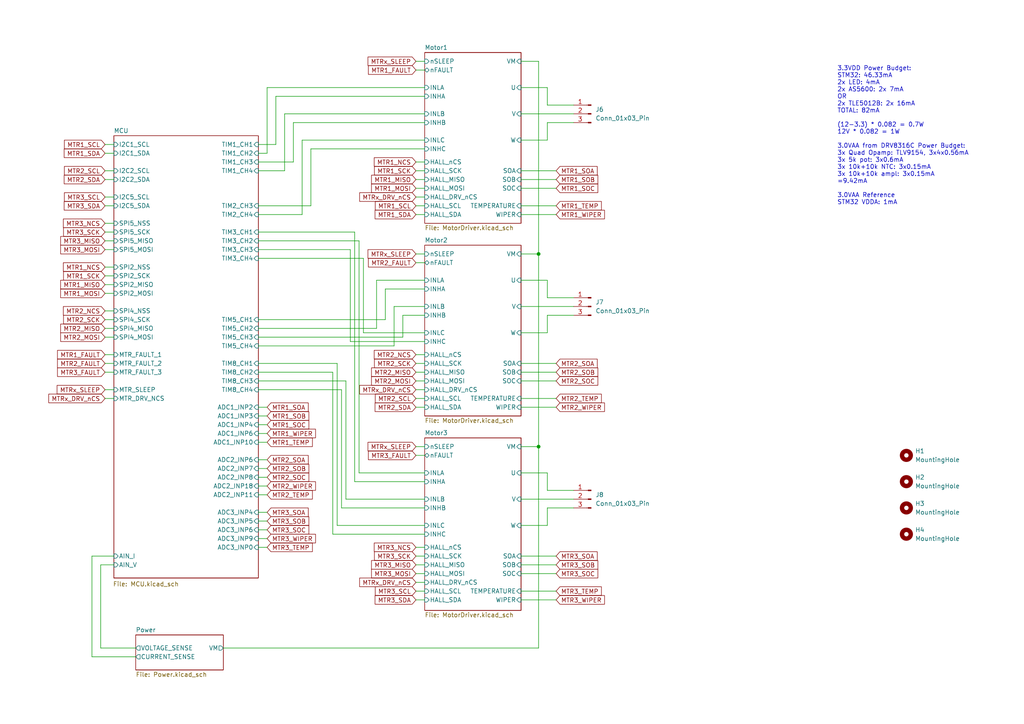
<source format=kicad_sch>
(kicad_sch (version 20250114) (generator "eeschema") (generator_version "9.0")
  (paper "A4")
  (lib_symbols
    (symbol "Connector:Conn_01x03_Pin" (pin_names (offset 1.016) (hide yes))
      (property "Reference" "J" (at 0 5.08 0))
      (property "Value" "Conn_01x03_Pin" (at 0 -5.08 0))
      (symbol "Conn_01x03_Pin_1_1"
        (rectangle (start 0.8636 2.667) (end 0 2.413) (stroke (width 0.1524)) (fill (type outline)))
        (rectangle (start 0.8636 0.127) (end 0 -0.127) (stroke (width 0.1524)) (fill (type outline)))
        (rectangle (start 0.8636 -2.413) (end 0 -2.667) (stroke (width 0.1524)) (fill (type outline)))
        (polyline (pts (xy 1.27 2.54) (xy 0.8636 2.54)) (stroke (width 0.1524)))
        (polyline (pts (xy 1.27 0) (xy 0.8636 0)) (stroke (width 0.1524)))
        (polyline (pts (xy 1.27 -2.54) (xy 0.8636 -2.54)) (stroke (width 0.1524)))
        (pin passive line (at 5.08 2.54 180) (length 3.81) (name "Pin_1") (number "1"))
        (pin passive line (at 5.08 0 180) (length 3.81) (name "Pin_2") (number "2"))
        (pin passive line (at 5.08 -2.54 180) (length 3.81) (name "Pin_3") (number "3"))
      )
    )
    (symbol "Mechanical:MountingHole" (pin_names (offset 1.016)) (exclude_from_sim yes) (in_bom no)
      (property "Reference" "H" (at 0 5.08 0))
      (property "Value" "MountingHole" (at 0 3.175 0))
      (symbol "MountingHole_0_1"
        (circle (center 0 0) (radius 1.27) (stroke (width 1.27)))
      )
    )
  )
  (text "3.3VDD Power Budget:\nSTM32: 46.33mA\n2x LED: 4mA\n2x AS5600: 2x 7mA\nOR\n2x TLE5012B: 2x 16mA\nTOTAL: 82mA\n\n(12-3.3) * 0.082 = 0.7W\n12V * 0.082 = 1W\n\n3.0VAA from DRV8316C Power Budget:\n3x Quad Opamp: TLV9154, 3x4x0.56mA\n3x 5k pot: 3x0.6mA\n3x 10k+10k NTC: 3x0.15mA\n3x 10k+10k ampl: 3x0.15mA\n=9.42mA\n\n3.0VAA Reference\nSTM32 VDDA: 1mA" (at 242.824 39.37 0) (effects (font (size 1.27 1.27)) (justify left)))
  (junction (at 156.21 129.54))
  (junction (at 156.21 73.66))
  (wire (pts (xy 30.48 102.87) (xy 33.02 102.87)))
  (wire (pts (xy 77.47 143.51) (xy 74.93 143.51)))
  (wire (pts (xy 85.09 46.99) (xy 85.09 35.56)))
  (wire (pts (xy 116.84 91.44) (xy 123.19 91.44)))
  (wire (pts (xy 151.13 171.45) (xy 161.29 171.45)))
  (wire (pts (xy 156.21 129.54) (xy 156.21 187.96)))
  (wire (pts (xy 74.93 67.31) (xy 102.87 67.31)))
  (wire (pts (xy 120.65 107.95) (xy 123.19 107.95)))
  (wire (pts (xy 120.65 118.11) (xy 123.19 118.11)))
  (wire (pts (xy 158.75 40.64) (xy 158.75 35.56)))
  (wire (pts (xy 151.13 166.37) (xy 161.29 166.37)))
  (wire (pts (xy 156.21 17.78) (xy 156.21 73.66)))
  (wire (pts (xy 123.19 99.06) (xy 101.6 99.06)))
  (wire (pts (xy 30.48 52.07) (xy 33.02 52.07)))
  (wire (pts (xy 74.93 113.03) (xy 99.06 113.03)))
  (wire (pts (xy 77.47 148.59) (xy 74.93 148.59)))
  (wire (pts (xy 120.65 76.2) (xy 123.19 76.2)))
  (wire (pts (xy 158.75 30.48) (xy 158.75 25.4)))
  (wire (pts (xy 77.47 133.35) (xy 74.93 133.35)))
  (wire (pts (xy 161.29 118.11) (xy 151.13 118.11)))
  (wire (pts (xy 116.84 97.79) (xy 116.84 91.44)))
  (wire (pts (xy 30.48 80.01) (xy 33.02 80.01)))
  (wire (pts (xy 77.47 44.45) (xy 74.93 44.45)))
  (wire (pts (xy 30.48 82.55) (xy 33.02 82.55)))
  (wire (pts (xy 30.48 97.79) (xy 33.02 97.79)))
  (wire (pts (xy 39.37 187.96) (xy 29.21 187.96)))
  (wire (pts (xy 97.79 105.41) (xy 97.79 152.4)))
  (wire (pts (xy 102.87 67.31) (xy 102.87 139.7)))
  (wire (pts (xy 90.17 43.18) (xy 123.19 43.18)))
  (wire (pts (xy 158.75 81.28) (xy 151.13 81.28)))
  (wire (pts (xy 120.65 73.66) (xy 123.19 73.66)))
  (wire (pts (xy 151.13 152.4) (xy 158.75 152.4)))
  (wire (pts (xy 30.48 113.03) (xy 33.02 113.03)))
  (wire (pts (xy 77.47 151.13) (xy 74.93 151.13)))
  (wire (pts (xy 100.33 110.49) (xy 100.33 144.78)))
  (wire (pts (xy 158.75 91.44) (xy 166.37 91.44)))
  (wire (pts (xy 120.65 54.61) (xy 123.19 54.61)))
  (wire (pts (xy 151.13 59.69) (xy 161.29 59.69)))
  (wire (pts (xy 123.19 152.4) (xy 97.79 152.4)))
  (wire (pts (xy 77.47 125.73) (xy 74.93 125.73)))
  (wire (pts (xy 158.75 25.4) (xy 151.13 25.4)))
  (wire (pts (xy 105.41 74.93) (xy 105.41 96.52)))
  (wire (pts (xy 156.21 17.78) (xy 151.13 17.78)))
  (wire (pts (xy 151.13 105.41) (xy 161.29 105.41)))
  (wire (pts (xy 161.29 62.23) (xy 151.13 62.23)))
  (wire (pts (xy 151.13 52.07) (xy 161.29 52.07)))
  (wire (pts (xy 30.48 72.39) (xy 33.02 72.39)))
  (wire (pts (xy 30.48 92.71) (xy 33.02 92.71)))
  (wire (pts (xy 120.65 132.08) (xy 123.19 132.08)))
  (wire (pts (xy 123.19 83.82) (xy 111.76 83.82)))
  (wire (pts (xy 29.21 187.96) (xy 29.21 163.83)))
  (wire (pts (xy 30.48 67.31) (xy 33.02 67.31)))
  (wire (pts (xy 120.65 102.87) (xy 123.19 102.87)))
  (wire (pts (xy 120.65 17.78) (xy 123.19 17.78)))
  (wire (pts (xy 151.13 33.02) (xy 166.37 33.02)))
  (wire (pts (xy 151.13 49.53) (xy 161.29 49.53)))
  (wire (pts (xy 158.75 142.24) (xy 158.75 137.16)))
  (wire (pts (xy 166.37 30.48) (xy 158.75 30.48)))
  (wire (pts (xy 102.87 139.7) (xy 123.19 139.7)))
  (wire (pts (xy 158.75 96.52) (xy 158.75 91.44)))
  (wire (pts (xy 80.01 27.94) (xy 123.19 27.94)))
  (wire (pts (xy 151.13 73.66) (xy 156.21 73.66)))
  (wire (pts (xy 39.37 190.5) (xy 26.67 190.5)))
  (wire (pts (xy 109.22 81.28) (xy 123.19 81.28)))
  (wire (pts (xy 120.65 115.57) (xy 123.19 115.57)))
  (wire (pts (xy 82.55 33.02) (xy 82.55 49.53)))
  (wire (pts (xy 120.65 105.41) (xy 123.19 105.41)))
  (wire (pts (xy 82.55 33.02) (xy 123.19 33.02)))
  (wire (pts (xy 82.55 49.53) (xy 74.93 49.53)))
  (wire (pts (xy 29.21 163.83) (xy 33.02 163.83)))
  (wire (pts (xy 114.3 88.9) (xy 114.3 100.33)))
  (wire (pts (xy 151.13 129.54) (xy 156.21 129.54)))
  (wire (pts (xy 151.13 110.49) (xy 161.29 110.49)))
  (wire (pts (xy 123.19 154.94) (xy 96.52 154.94)))
  (wire (pts (xy 77.47 153.67) (xy 74.93 153.67)))
  (wire (pts (xy 120.65 62.23) (xy 123.19 62.23)))
  (wire (pts (xy 80.01 41.91) (xy 80.01 27.94)))
  (wire (pts (xy 120.65 158.75) (xy 123.19 158.75)))
  (wire (pts (xy 77.47 135.89) (xy 74.93 135.89)))
  (wire (pts (xy 151.13 115.57) (xy 161.29 115.57)))
  (wire (pts (xy 114.3 88.9) (xy 123.19 88.9)))
  (wire (pts (xy 87.63 62.23) (xy 74.93 62.23)))
  (wire (pts (xy 77.47 120.65) (xy 74.93 120.65)))
  (wire (pts (xy 90.17 59.69) (xy 90.17 43.18)))
  (wire (pts (xy 151.13 161.29) (xy 161.29 161.29)))
  (wire (pts (xy 74.93 97.79) (xy 116.84 97.79)))
  (wire (pts (xy 30.48 57.15) (xy 33.02 57.15)))
  (wire (pts (xy 100.33 144.78) (xy 123.19 144.78)))
  (wire (pts (xy 30.48 59.69) (xy 33.02 59.69)))
  (wire (pts (xy 26.67 161.29) (xy 33.02 161.29)))
  (wire (pts (xy 120.65 161.29) (xy 123.19 161.29)))
  (wire (pts (xy 30.48 90.17) (xy 33.02 90.17)))
  (wire (pts (xy 74.93 69.85) (xy 104.14 69.85)))
  (wire (pts (xy 151.13 40.64) (xy 158.75 40.64)))
  (wire (pts (xy 120.65 57.15) (xy 123.19 57.15)))
  (wire (pts (xy 158.75 147.32) (xy 166.37 147.32)))
  (wire (pts (xy 151.13 54.61) (xy 161.29 54.61)))
  (wire (pts (xy 77.47 123.19) (xy 74.93 123.19)))
  (wire (pts (xy 77.47 118.11) (xy 74.93 118.11)))
  (wire (pts (xy 74.93 74.93) (xy 105.41 74.93)))
  (wire (pts (xy 158.75 35.56) (xy 166.37 35.56)))
  (wire (pts (xy 156.21 73.66) (xy 156.21 129.54)))
  (wire (pts (xy 30.48 95.25) (xy 33.02 95.25)))
  (wire (pts (xy 74.93 107.95) (xy 96.52 107.95)))
  (wire (pts (xy 161.29 173.99) (xy 151.13 173.99)))
  (wire (pts (xy 85.09 35.56) (xy 123.19 35.56)))
  (wire (pts (xy 166.37 142.24) (xy 158.75 142.24)))
  (wire (pts (xy 30.48 44.45) (xy 33.02 44.45)))
  (wire (pts (xy 74.93 105.41) (xy 97.79 105.41)))
  (wire (pts (xy 120.65 46.99) (xy 123.19 46.99)))
  (wire (pts (xy 158.75 86.36) (xy 158.75 81.28)))
  (wire (pts (xy 30.48 41.91) (xy 33.02 41.91)))
  (wire (pts (xy 123.19 96.52) (xy 105.41 96.52)))
  (wire (pts (xy 30.48 64.77) (xy 33.02 64.77)))
  (wire (pts (xy 120.65 59.69) (xy 123.19 59.69)))
  (wire (pts (xy 120.65 113.03) (xy 123.19 113.03)))
  (wire (pts (xy 77.47 128.27) (xy 74.93 128.27)))
  (wire (pts (xy 151.13 144.78) (xy 166.37 144.78)))
  (wire (pts (xy 64.77 187.96) (xy 156.21 187.96)))
  (wire (pts (xy 74.93 59.69) (xy 90.17 59.69)))
  (wire (pts (xy 120.65 163.83) (xy 123.19 163.83)))
  (wire (pts (xy 77.47 25.4) (xy 77.47 44.45)))
  (wire (pts (xy 77.47 140.97) (xy 74.93 140.97)))
  (wire (pts (xy 120.65 20.32) (xy 123.19 20.32)))
  (wire (pts (xy 120.65 171.45) (xy 123.19 171.45)))
  (wire (pts (xy 74.93 41.91) (xy 80.01 41.91)))
  (wire (pts (xy 120.65 173.99) (xy 123.19 173.99)))
  (wire (pts (xy 120.65 129.54) (xy 123.19 129.54)))
  (wire (pts (xy 120.65 168.91) (xy 123.19 168.91)))
  (wire (pts (xy 87.63 40.64) (xy 87.63 62.23)))
  (wire (pts (xy 30.48 49.53) (xy 33.02 49.53)))
  (wire (pts (xy 74.93 92.71) (xy 111.76 92.71)))
  (wire (pts (xy 120.65 49.53) (xy 123.19 49.53)))
  (wire (pts (xy 99.06 147.32) (xy 99.06 113.03)))
  (wire (pts (xy 74.93 46.99) (xy 85.09 46.99)))
  (wire (pts (xy 151.13 163.83) (xy 161.29 163.83)))
  (wire (pts (xy 77.47 156.21) (xy 74.93 156.21)))
  (wire (pts (xy 77.47 138.43) (xy 74.93 138.43)))
  (wire (pts (xy 30.48 85.09) (xy 33.02 85.09)))
  (wire (pts (xy 151.13 88.9) (xy 166.37 88.9)))
  (wire (pts (xy 109.22 81.28) (xy 109.22 95.25)))
  (wire (pts (xy 111.76 83.82) (xy 111.76 92.71)))
  (wire (pts (xy 104.14 69.85) (xy 104.14 137.16)))
  (wire (pts (xy 26.67 190.5) (xy 26.67 161.29)))
  (wire (pts (xy 77.47 25.4) (xy 123.19 25.4)))
  (wire (pts (xy 151.13 107.95) (xy 161.29 107.95)))
  (wire (pts (xy 30.48 105.41) (xy 33.02 105.41)))
  (wire (pts (xy 166.37 86.36) (xy 158.75 86.36)))
  (wire (pts (xy 30.48 77.47) (xy 33.02 77.47)))
  (wire (pts (xy 77.47 158.75) (xy 74.93 158.75)))
  (wire (pts (xy 30.48 115.57) (xy 33.02 115.57)))
  (wire (pts (xy 30.48 69.85) (xy 33.02 69.85)))
  (wire (pts (xy 158.75 152.4) (xy 158.75 147.32)))
  (wire (pts (xy 87.63 40.64) (xy 123.19 40.64)))
  (wire (pts (xy 120.65 110.49) (xy 123.19 110.49)))
  (wire (pts (xy 120.65 166.37) (xy 123.19 166.37)))
  (wire (pts (xy 30.48 107.95) (xy 33.02 107.95)))
  (wire (pts (xy 101.6 72.39) (xy 101.6 99.06)))
  (wire (pts (xy 151.13 96.52) (xy 158.75 96.52)))
  (wire (pts (xy 114.3 100.33) (xy 74.93 100.33)))
  (wire (pts (xy 99.06 147.32) (xy 123.19 147.32)))
  (wire (pts (xy 104.14 137.16) (xy 123.19 137.16)))
  (wire (pts (xy 120.65 52.07) (xy 123.19 52.07)))
  (wire (pts (xy 109.22 95.25) (xy 74.93 95.25)))
  (wire (pts (xy 158.75 137.16) (xy 151.13 137.16)))
  (wire (pts (xy 96.52 107.95) (xy 96.52 154.94)))
  (wire (pts (xy 74.93 72.39) (xy 101.6 72.39)))
  (wire (pts (xy 74.93 110.49) (xy 100.33 110.49)))
  (global_label "MTR3_NCS" (shape input) (at 30.48 64.77 180) (property "Intersheetrefs" "${INTERSHEET_REFS}" (at 17.8187 64.77 0) (effects (justify right))))
  (global_label "MTR1_SOA" (shape input) (at 161.29 49.53 0) (property "Intersheetrefs" "${INTERSHEET_REFS}" (at 173.7699 49.53 0) (effects (justify left))))
  (global_label "MTR2_SOB" (shape input) (at 77.47 135.89 0) (property "Intersheetrefs" "${INTERSHEET_REFS}" (at 90.1313 135.89 0) (effects (justify left))))
  (global_label "MTR2_SCL" (shape input) (at 120.65 115.57 180) (property "Intersheetrefs" "${INTERSHEET_REFS}" (at 108.2911 115.57 0) (effects (justify right))))
  (global_label "MTR1_TEMP" (shape input) (at 77.47 128.27 0) (property "Intersheetrefs" "${INTERSHEET_REFS}" (at 91.1593 128.27 0) (effects (justify left))))
  (global_label "MTR2_FAULT" (shape input) (at 120.65 76.2 180) (property "Intersheetrefs" "${INTERSHEET_REFS}" (at 106.2953 76.2 0) (effects (justify right))))
  (global_label "MTR1_SOA" (shape input) (at 77.47 118.11 0) (property "Intersheetrefs" "${INTERSHEET_REFS}" (at 89.9499 118.11 0) (effects (justify left))))
  (global_label "MTR3_SCL" (shape input) (at 120.65 171.45 180) (property "Intersheetrefs" "${INTERSHEET_REFS}" (at 108.2911 171.45 0) (effects (justify right))))
  (global_label "MTR2_TEMP" (shape input) (at 161.29 115.57 0) (property "Intersheetrefs" "${INTERSHEET_REFS}" (at 174.9793 115.57 0) (effects (justify left))))
  (global_label "MTRx_SLEEP" (shape input) (at 30.48 113.03 180) (property "Intersheetrefs" "${INTERSHEET_REFS}" (at 16.0045 113.03 0) (effects (justify right))))
  (global_label "MTR2_TEMP" (shape input) (at 77.47 143.51 0) (property "Intersheetrefs" "${INTERSHEET_REFS}" (at 91.1593 143.51 0) (effects (justify left))))
  (global_label "MTR1_SOC" (shape input) (at 161.29 54.61 0) (property "Intersheetrefs" "${INTERSHEET_REFS}" (at 173.9513 54.61 0) (effects (justify left))))
  (global_label "MTR2_SOB" (shape input) (at 161.29 107.95 0) (property "Intersheetrefs" "${INTERSHEET_REFS}" (at 173.9513 107.95 0) (effects (justify left))))
  (global_label "MTR3_WIPER" (shape input) (at 77.47 156.21 0) (property "Intersheetrefs" "${INTERSHEET_REFS}" (at 92.0665 156.21 0) (effects (justify left))))
  (global_label "MTR2_SOA" (shape input) (at 161.29 105.41 0) (property "Intersheetrefs" "${INTERSHEET_REFS}" (at 173.7699 105.41 0) (effects (justify left))))
  (global_label "MTR1_MOSI" (shape input) (at 30.48 85.09 180) (property "Intersheetrefs" "${INTERSHEET_REFS}" (at 17.0325 85.09 0) (effects (justify right))))
  (global_label "MTR3_TEMP" (shape input) (at 77.47 158.75 0) (property "Intersheetrefs" "${INTERSHEET_REFS}" (at 91.1593 158.75 0) (effects (justify left))))
  (global_label "MTRx_DRV_nCS" (shape input) (at 30.48 115.57 180) (property "Intersheetrefs" "${INTERSHEET_REFS}" (at 13.5854 115.57 0) (effects (justify right))))
  (global_label "MTR3_WIPER" (shape input) (at 161.29 173.99 0) (property "Intersheetrefs" "${INTERSHEET_REFS}" (at 175.8865 173.99 0) (effects (justify left))))
  (global_label "MTR1_SOC" (shape input) (at 77.47 123.19 0) (property "Intersheetrefs" "${INTERSHEET_REFS}" (at 90.1313 123.19 0) (effects (justify left))))
  (global_label "MTR2_WIPER" (shape input) (at 161.29 118.11 0) (property "Intersheetrefs" "${INTERSHEET_REFS}" (at 175.8865 118.11 0) (effects (justify left))))
  (global_label "MTR2_SOC" (shape input) (at 161.29 110.49 0) (property "Intersheetrefs" "${INTERSHEET_REFS}" (at 173.9513 110.49 0) (effects (justify left))))
  (global_label "MTRx_DRV_nCS" (shape input) (at 120.65 57.15 180) (property "Intersheetrefs" "${INTERSHEET_REFS}" (at 103.7554 57.15 0) (effects (justify right))))
  (global_label "MTR3_SOC" (shape input) (at 77.47 153.67 0) (property "Intersheetrefs" "${INTERSHEET_REFS}" (at 90.1313 153.67 0) (effects (justify left))))
  (global_label "MTR2_MISO" (shape input) (at 120.65 107.95 180) (property "Intersheetrefs" "${INTERSHEET_REFS}" (at 107.2025 107.95 0) (effects (justify right))))
  (global_label "MTR3_MOSI" (shape input) (at 30.48 72.39 180) (property "Intersheetrefs" "${INTERSHEET_REFS}" (at 17.0325 72.39 0) (effects (justify right))))
  (global_label "MTR3_SOB" (shape input) (at 161.29 163.83 0) (property "Intersheetrefs" "${INTERSHEET_REFS}" (at 173.9513 163.83 0) (effects (justify left))))
  (global_label "MTR1_FAULT" (shape input) (at 120.65 20.32 180) (property "Intersheetrefs" "${INTERSHEET_REFS}" (at 106.2953 20.32 0) (effects (justify right))))
  (global_label "MTRx_SLEEP" (shape input) (at 120.65 73.66 180) (property "Intersheetrefs" "${INTERSHEET_REFS}" (at 106.1745 73.66 0) (effects (justify right))))
  (global_label "MTR2_SCK" (shape input) (at 120.65 105.41 180) (property "Intersheetrefs" "${INTERSHEET_REFS}" (at 108.0492 105.41 0) (effects (justify right))))
  (global_label "MTR1_SCL" (shape input) (at 120.65 59.69 180) (property "Intersheetrefs" "${INTERSHEET_REFS}" (at 108.2911 59.69 0) (effects (justify right))))
  (global_label "MTR3_FAULT" (shape input) (at 30.48 107.95 180) (property "Intersheetrefs" "${INTERSHEET_REFS}" (at 16.1253 107.95 0) (effects (justify right))))
  (global_label "MTRx_DRV_nCS" (shape input) (at 120.65 113.03 180) (property "Intersheetrefs" "${INTERSHEET_REFS}" (at 103.7554 113.03 0) (effects (justify right))))
  (global_label "MTR3_MISO" (shape input) (at 120.65 163.83 180) (property "Intersheetrefs" "${INTERSHEET_REFS}" (at 107.2025 163.83 0) (effects (justify right))))
  (global_label "MTR1_MISO" (shape input) (at 120.65 52.07 180) (property "Intersheetrefs" "${INTERSHEET_REFS}" (at 107.2025 52.07 0) (effects (justify right))))
  (global_label "MTR1_MISO" (shape input) (at 30.48 82.55 180) (property "Intersheetrefs" "${INTERSHEET_REFS}" (at 17.0325 82.55 0) (effects (justify right))))
  (global_label "MTR1_FAULT" (shape input) (at 30.48 102.87 180) (property "Intersheetrefs" "${INTERSHEET_REFS}" (at 16.1253 102.87 0) (effects (justify right))))
  (global_label "MTR1_WIPER" (shape input) (at 77.47 125.73 0) (property "Intersheetrefs" "${INTERSHEET_REFS}" (at 92.0665 125.73 0) (effects (justify left))))
  (global_label "MTR3_FAULT" (shape input) (at 120.65 132.08 180) (property "Intersheetrefs" "${INTERSHEET_REFS}" (at 106.2953 132.08 0) (effects (justify right))))
  (global_label "MTR3_SDA" (shape input) (at 120.65 173.99 180) (property "Intersheetrefs" "${INTERSHEET_REFS}" (at 108.2306 173.99 0) (effects (justify right))))
  (global_label "MTR1_TEMP" (shape input) (at 161.29 59.69 0) (property "Intersheetrefs" "${INTERSHEET_REFS}" (at 174.9793 59.69 0) (effects (justify left))))
  (global_label "MTR1_SDA" (shape input) (at 30.48 44.45 180) (property "Intersheetrefs" "${INTERSHEET_REFS}" (at 18.0606 44.45 0) (effects (justify right))))
  (global_label "MTR1_SCK" (shape input) (at 120.65 49.53 180) (property "Intersheetrefs" "${INTERSHEET_REFS}" (at 108.0492 49.53 0) (effects (justify right))))
  (global_label "MTR3_MOSI" (shape input) (at 120.65 166.37 180) (property "Intersheetrefs" "${INTERSHEET_REFS}" (at 107.2025 166.37 0) (effects (justify right))))
  (global_label "MTR1_SCL" (shape input) (at 30.48 41.91 180) (property "Intersheetrefs" "${INTERSHEET_REFS}" (at 18.1211 41.91 0) (effects (justify right))))
  (global_label "MTR2_NCS" (shape input) (at 120.65 102.87 180) (property "Intersheetrefs" "${INTERSHEET_REFS}" (at 107.9887 102.87 0) (effects (justify right))))
  (global_label "MTR3_SDA" (shape input) (at 30.48 59.69 180) (property "Intersheetrefs" "${INTERSHEET_REFS}" (at 18.0606 59.69 0) (effects (justify right))))
  (global_label "MTR2_MOSI" (shape input) (at 30.48 97.79 180) (property "Intersheetrefs" "${INTERSHEET_REFS}" (at 17.0325 97.79 0) (effects (justify right))))
  (global_label "MTR2_FAULT" (shape input) (at 30.48 105.41 180) (property "Intersheetrefs" "${INTERSHEET_REFS}" (at 16.1253 105.41 0) (effects (justify right))))
  (global_label "MTRx_DRV_nCS" (shape input) (at 120.65 168.91 180) (property "Intersheetrefs" "${INTERSHEET_REFS}" (at 103.7554 168.91 0) (effects (justify right))))
  (global_label "MTR2_MOSI" (shape input) (at 120.65 110.49 180) (property "Intersheetrefs" "${INTERSHEET_REFS}" (at 107.2025 110.49 0) (effects (justify right))))
  (global_label "MTR1_MOSI" (shape input) (at 120.65 54.61 180) (property "Intersheetrefs" "${INTERSHEET_REFS}" (at 107.2025 54.61 0) (effects (justify right))))
  (global_label "MTR2_SDA" (shape input) (at 30.48 52.07 180) (property "Intersheetrefs" "${INTERSHEET_REFS}" (at 18.0606 52.07 0) (effects (justify right))))
  (global_label "MTR3_NCS" (shape input) (at 120.65 158.75 180) (property "Intersheetrefs" "${INTERSHEET_REFS}" (at 107.9887 158.75 0) (effects (justify right))))
  (global_label "MTR1_NCS" (shape input) (at 120.65 46.99 180) (property "Intersheetrefs" "${INTERSHEET_REFS}" (at 107.9887 46.99 0) (effects (justify right))))
  (global_label "MTR3_MISO" (shape input) (at 30.48 69.85 180) (property "Intersheetrefs" "${INTERSHEET_REFS}" (at 17.0325 69.85 0) (effects (justify right))))
  (global_label "MTR1_SOB" (shape input) (at 161.29 52.07 0) (property "Intersheetrefs" "${INTERSHEET_REFS}" (at 173.9513 52.07 0) (effects (justify left))))
  (global_label "MTR3_SOA" (shape input) (at 77.47 148.59 0) (property "Intersheetrefs" "${INTERSHEET_REFS}" (at 89.9499 148.59 0) (effects (justify left))))
  (global_label "MTR2_NCS" (shape input) (at 30.48 90.17 180) (property "Intersheetrefs" "${INTERSHEET_REFS}" (at 17.8187 90.17 0) (effects (justify right))))
  (global_label "MTR3_SCL" (shape input) (at 30.48 57.15 180) (property "Intersheetrefs" "${INTERSHEET_REFS}" (at 18.1211 57.15 0) (effects (justify right))))
  (global_label "MTR2_SDA" (shape input) (at 120.65 118.11 180) (property "Intersheetrefs" "${INTERSHEET_REFS}" (at 108.2306 118.11 0) (effects (justify right))))
  (global_label "MTR3_SCK" (shape input) (at 30.48 67.31 180) (property "Intersheetrefs" "${INTERSHEET_REFS}" (at 17.8792 67.31 0) (effects (justify right))))
  (global_label "MTR2_WIPER" (shape input) (at 77.47 140.97 0) (property "Intersheetrefs" "${INTERSHEET_REFS}" (at 92.0665 140.97 0) (effects (justify left))))
  (global_label "MTR2_MISO" (shape input) (at 30.48 95.25 180) (property "Intersheetrefs" "${INTERSHEET_REFS}" (at 17.0325 95.25 0) (effects (justify right))))
  (global_label "MTR2_SCK" (shape input) (at 30.48 92.71 180) (property "Intersheetrefs" "${INTERSHEET_REFS}" (at 17.8792 92.71 0) (effects (justify right))))
  (global_label "MTR1_SCK" (shape input) (at 30.48 80.01 180) (property "Intersheetrefs" "${INTERSHEET_REFS}" (at 17.8792 80.01 0) (effects (justify right))))
  (global_label "MTR2_SOA" (shape input) (at 77.47 133.35 0) (property "Intersheetrefs" "${INTERSHEET_REFS}" (at 89.9499 133.35 0) (effects (justify left))))
  (global_label "MTR1_SOB" (shape input) (at 77.47 120.65 0) (property "Intersheetrefs" "${INTERSHEET_REFS}" (at 90.1313 120.65 0) (effects (justify left))))
  (global_label "MTR1_NCS" (shape input) (at 30.48 77.47 180) (property "Intersheetrefs" "${INTERSHEET_REFS}" (at 17.8187 77.47 0) (effects (justify right))))
  (global_label "MTR3_TEMP" (shape input) (at 161.29 171.45 0) (property "Intersheetrefs" "${INTERSHEET_REFS}" (at 174.9793 171.45 0) (effects (justify left))))
  (global_label "MTR3_SOA" (shape input) (at 161.29 161.29 0) (property "Intersheetrefs" "${INTERSHEET_REFS}" (at 173.7699 161.29 0) (effects (justify left))))
  (global_label "MTR3_SCK" (shape input) (at 120.65 161.29 180) (property "Intersheetrefs" "${INTERSHEET_REFS}" (at 108.0492 161.29 0) (effects (justify right))))
  (global_label "MTR1_WIPER" (shape input) (at 161.29 62.23 0) (property "Intersheetrefs" "${INTERSHEET_REFS}" (at 175.8865 62.23 0) (effects (justify left))))
  (global_label "MTRx_SLEEP" (shape input) (at 120.65 17.78 180) (property "Intersheetrefs" "${INTERSHEET_REFS}" (at 106.1745 17.78 0) (effects (justify right))))
  (global_label "MTR2_SOC" (shape input) (at 77.47 138.43 0) (property "Intersheetrefs" "${INTERSHEET_REFS}" (at 90.1313 138.43 0) (effects (justify left))))
  (global_label "MTR3_SOB" (shape input) (at 77.47 151.13 0) (property "Intersheetrefs" "${INTERSHEET_REFS}" (at 90.1313 151.13 0) (effects (justify left))))
  (global_label "MTR3_SOC" (shape input) (at 161.29 166.37 0) (property "Intersheetrefs" "${INTERSHEET_REFS}" (at 173.9513 166.37 0) (effects (justify left))))
  (global_label "MTRx_SLEEP" (shape input) (at 120.65 129.54 180) (property "Intersheetrefs" "${INTERSHEET_REFS}" (at 106.1745 129.54 0) (effects (justify right))))
  (global_label "MTR1_SDA" (shape input) (at 120.65 62.23 180) (property "Intersheetrefs" "${INTERSHEET_REFS}" (at 108.2306 62.23 0) (effects (justify right))))
  (global_label "MTR2_SCL" (shape input) (at 30.48 49.53 180) (property "Intersheetrefs" "${INTERSHEET_REFS}" (at 18.1211 49.53 0) (effects (justify right))))
  (symbol (lib_id "Mechanical:MountingHole") (at 262.89 154.94 0) (unit 1) (exclude_from_sim yes) (in_bom no)
    (property "Reference" "H4" (at 265.43 153.6699 0) (effects (justify left)))
    (property "Value" "MountingHole" (at 265.43 156.2099 0) (effects (justify left)))
    (property "Footprint" "MountingHole:MountingHole_3.2mm_M3" (effects (hide yes)))
    (property "Description" "Mounting Hole without connection" (effects (hide yes)))
  )
  (symbol (lib_id "Connector:Conn_01x03_Pin") (at 171.45 144.78 0) (mirror y) (unit 1)
    (property "Reference" "J8" (at 172.72 143.5099 0) (effects (justify right)))
    (property "Value" "Conn_01x03_Pin" (at 172.72 146.0499 0) (effects (justify right)))
    (property "Footprint" "Connector_PinSocket_2.54mm:PinSocket_1x03_P2.54mm_Vertical" (effects (hide yes)))
    (property "Description" "Generic connector, single row, 01x03, script generated" (effects (hide yes)))
  )
  (symbol (lib_id "Connector:Conn_01x03_Pin") (at 171.45 33.02 0) (mirror y) (unit 1)
    (property "Reference" "J6" (at 172.72 31.7499 0) (effects (justify right)))
    (property "Value" "Conn_01x03_Pin" (at 172.72 34.2899 0) (effects (justify right)))
    (property "Footprint" "Connector_PinSocket_2.54mm:PinSocket_1x03_P2.54mm_Vertical" (effects (hide yes)))
    (property "Description" "Generic connector, single row, 01x03, script generated" (effects (hide yes)))
  )
  (symbol (lib_id "Connector:Conn_01x03_Pin") (at 171.45 88.9 0) (mirror y) (unit 1)
    (property "Reference" "J7" (at 172.72 87.6299 0) (effects (justify right)))
    (property "Value" "Conn_01x03_Pin" (at 172.72 90.1699 0) (effects (justify right)))
    (property "Footprint" "Connector_PinSocket_2.54mm:PinSocket_1x03_P2.54mm_Vertical" (effects (hide yes)))
    (property "Description" "Generic connector, single row, 01x03, script generated" (effects (hide yes)))
  )
  (symbol (lib_id "Mechanical:MountingHole") (at 262.89 132.08 0) (unit 1) (exclude_from_sim yes) (in_bom no)
    (property "Reference" "H1" (at 265.43 130.8099 0) (effects (justify left)))
    (property "Value" "MountingHole" (at 265.43 133.3499 0) (effects (justify left)))
    (property "Footprint" "MountingHole:MountingHole_3.2mm_M3" (effects (hide yes)))
    (property "Description" "Mounting Hole without connection" (effects (hide yes)))
  )
  (symbol (lib_id "Mechanical:MountingHole") (at 262.89 139.7 0) (unit 1) (exclude_from_sim yes) (in_bom no)
    (property "Reference" "H2" (at 265.43 138.4299 0) (effects (justify left)))
    (property "Value" "MountingHole" (at 265.43 140.9699 0) (effects (justify left)))
    (property "Footprint" "MountingHole:MountingHole_3.2mm_M3" (effects (hide yes)))
    (property "Description" "Mounting Hole without connection" (effects (hide yes)))
  )
  (symbol (lib_id "Mechanical:MountingHole") (at 262.89 147.32 0) (unit 1) (exclude_from_sim yes) (in_bom no)
    (property "Reference" "H3" (at 265.43 146.0499 0) (effects (justify left)))
    (property "Value" "MountingHole" (at 265.43 148.5899 0) (effects (justify left)))
    (property "Footprint" "MountingHole:MountingHole_3.2mm_M3" (effects (hide yes)))
    (property "Description" "Mounting Hole without connection" (effects (hide yes)))
  )
  (sheet (at 123.19 127) (size 27.94 50.038) (stroke (width 0.1524))
    (property "Sheetname" "Motor3" (at 123.19 126.2884 0) (effects (justify left bottom)))
    (property "Sheetfile" "MotorDriver.kicad_sch" (at 123.19 177.6226 0) (effects (justify left top)))
    (pin "nSLEEP" input (at 123.19 129.54 180))
    (pin "nFAULT" bidirectional (at 123.19 132.08 180))
    (pin "INLA" input (at 123.19 137.16 180))
    (pin "HALL_nCS" input (at 123.19 158.75 180))
    (pin "HALL_SCL" input (at 123.19 171.45 180))
    (pin "HALL_SDA" input (at 123.19 173.99 180))
    (pin "WIPER" input (at 151.13 173.99 0))
    (pin "HALL_MOSI" input (at 123.19 166.37 180))
    (pin "HALL_MISO" input (at 123.19 163.83 180))
    (pin "HALL_SCK" input (at 123.19 161.29 180))
    (pin "TEMPERATURE" input (at 151.13 171.45 0))
    (pin "SOC" input (at 151.13 166.37 0))
    (pin "SOA" input (at 151.13 161.29 0))
    (pin "SOB" input (at 151.13 163.83 0))
    (pin "INHC" input (at 123.19 154.94 180))
    (pin "INHB" input (at 123.19 147.32 180))
    (pin "INLC" input (at 123.19 152.4 180))
    (pin "INHA" input (at 123.19 139.7 180))
    (pin "INLB" input (at 123.19 144.78 180))
    (pin "VM" input (at 151.13 129.54 0))
    (pin "U" input (at 151.13 137.16 0))
    (pin "W" input (at 151.13 152.4 0))
    (pin "V" input (at 151.13 144.78 0))
    (pin "HALL_DRV_nCS" input (at 123.19 168.91 180))
  )
  (sheet (at 123.19 15.24) (size 27.94 49.53) (stroke (width 0.1524))
    (property "Sheetname" "Motor1" (at 123.19 14.5284 0) (effects (justify left bottom)))
    (property "Sheetfile" "MotorDriver.kicad_sch" (at 123.19 65.3546 0) (effects (justify left top)))
    (pin "nSLEEP" input (at 123.19 17.78 180))
    (pin "nFAULT" bidirectional (at 123.19 20.32 180))
    (pin "INLA" input (at 123.19 25.4 180))
    (pin "HALL_nCS" input (at 123.19 46.99 180))
    (pin "HALL_SCL" input (at 123.19 59.69 180))
    (pin "HALL_SDA" input (at 123.19 62.23 180))
    (pin "WIPER" input (at 151.13 62.23 0))
    (pin "HALL_MOSI" input (at 123.19 54.61 180))
    (pin "HALL_MISO" input (at 123.19 52.07 180))
    (pin "HALL_SCK" input (at 123.19 49.53 180))
    (pin "TEMPERATURE" input (at 151.13 59.69 0))
    (pin "SOC" input (at 151.13 54.61 0))
    (pin "SOA" input (at 151.13 49.53 0))
    (pin "SOB" input (at 151.13 52.07 0))
    (pin "INHC" input (at 123.19 43.18 180))
    (pin "INHB" input (at 123.19 35.56 180))
    (pin "INLC" input (at 123.19 40.64 180))
    (pin "INHA" input (at 123.19 27.94 180))
    (pin "INLB" input (at 123.19 33.02 180))
    (pin "VM" input (at 151.13 17.78 0))
    (pin "U" input (at 151.13 25.4 0))
    (pin "W" input (at 151.13 40.64 0))
    (pin "V" input (at 151.13 33.02 0))
    (pin "HALL_DRV_nCS" input (at 123.19 57.15 180))
  )
  (sheet (at 33.02 39.37) (size 41.91 128.27) (stroke (width 0.1524))
    (property "Sheetname" "MCU" (at 33.02 38.6584 0) (effects (justify left bottom)))
    (property "Sheetfile" "MCU.kicad_sch" (at 32.766 168.656 0) (effects (justify left top)))
    (pin "TIM8_CH2" input (at 74.93 107.95 0))
    (pin "TIM8_CH3" input (at 74.93 110.49 0))
    (pin "TIM8_CH1" input (at 74.93 105.41 0))
    (pin "I2C2_SDA" input (at 33.02 52.07 180))
    (pin "I2C2_SCL" input (at 33.02 49.53 180))
    (pin "ADC3_INP5" input (at 74.93 151.13 0))
    (pin "ADC3_INP9" input (at 74.93 156.21 0))
    (pin "ADC3_INP4" input (at 74.93 148.59 0))
    (pin "ADC1_INP2" input (at 74.93 118.11 0))
    (pin "ADC2_INP6" input (at 74.93 133.35 0))
    (pin "SPI4_SCK" input (at 33.02 92.71 180))
    (pin "SPI4_NSS" input (at 33.02 90.17 180))
    (pin "SPI4_MISO" input (at 33.02 95.25 180))
    (pin "SPI4_MOSI" input (at 33.02 97.79 180))
    (pin "TIM1_CH1" input (at 74.93 41.91 0))
    (pin "TIM1_CH2" input (at 74.93 44.45 0))
    (pin "TIM1_CH3" input (at 74.93 46.99 0))
    (pin "TIM1_CH4" input (at 74.93 49.53 0))
    (pin "TIM3_CH3" input (at 74.93 72.39 0))
    (pin "TIM3_CH4" input (at 74.93 74.93 0))
    (pin "I2C1_SCL" input (at 33.02 41.91 180))
    (pin "TIM5_CH1" input (at 74.93 92.71 0))
    (pin "TIM5_CH2" input (at 74.93 95.25 0))
    (pin "TIM5_CH3" input (at 74.93 97.79 0))
    (pin "TIM5_CH4" input (at 74.93 100.33 0))
    (pin "ADC1_INP3" input (at 74.93 120.65 0))
    (pin "SPI2_MISO" input (at 33.02 82.55 180))
    (pin "SPI2_MOSI" input (at 33.02 85.09 180))
    (pin "SPI2_NSS" input (at 33.02 77.47 180))
    (pin "SPI2_SCK" input (at 33.02 80.01 180))
    (pin "TIM3_CH1" input (at 74.93 67.31 0))
    (pin "TIM3_CH2" input (at 74.93 69.85 0))
    (pin "TIM8_CH4" input (at 74.93 113.03 0))
    (pin "ADC2_INP8" input (at 74.93 138.43 0))
    (pin "ADC1_INP4" input (at 74.93 123.19 0))
    (pin "I2C5_SDA" input (at 33.02 59.69 180))
    (pin "I2C5_SCL" input (at 33.02 57.15 180))
    (pin "ADC2_INP7" input (at 74.93 135.89 0))
    (pin "TIM2_CH3" input (at 74.93 59.69 0))
    (pin "TIM2_CH4" input (at 74.93 62.23 0))
    (pin "I2C1_SDA" input (at 33.02 44.45 180))
    (pin "ADC1_INP6" input (at 74.93 125.73 0))
    (pin "ADC2_INP18" input (at 74.93 140.97 0))
    (pin "ADC3_INP6" input (at 74.93 153.67 0))
    (pin "MTR_FAULT_2" input (at 33.02 105.41 180))
    (pin "MTR_SLEEP" input (at 33.02 113.03 180))
    (pin "MTR_FAULT_3" input (at 33.02 107.95 180))
    (pin "MTR_FAULT_1" input (at 33.02 102.87 180))
    (pin "ADC2_INP11" input (at 74.93 143.51 0))
    (pin "ADC3_INP0" input (at 74.93 158.75 0))
    (pin "ADC1_INP10" input (at 74.93 128.27 0))
    (pin "AIN_V" input (at 33.02 163.83 180))
    (pin "AIN_I" input (at 33.02 161.29 180))
    (pin "MTR_DRV_NCS" input (at 33.02 115.57 180))
    (pin "SPI5_MISO" input (at 33.02 69.85 180))
    (pin "SPI5_MOSI" input (at 33.02 72.39 180))
    (pin "SPI5_NSS" input (at 33.02 64.77 180))
    (pin "SPI5_SCK" input (at 33.02 67.31 180))
  )
  (sheet (at 39.37 184.15) (size 25.4 10.16) (stroke (width 0.1524))
    (property "Sheetname" "Power" (at 39.37 183.4384 0) (effects (justify left bottom)))
    (property "Sheetfile" "Power.kicad_sch" (at 39.37 194.8946 0) (effects (justify left top)))
    (pin "VM" output (at 64.77 187.96 0))
    (pin "VOLTAGE_SENSE" output (at 39.37 187.96 180))
    (pin "CURRENT_SENSE" output (at 39.37 190.5 180))
  )
  (sheet (at 123.19 71.12) (size 27.94 49.53) (stroke (width 0.1524))
    (property "Sheetname" "Motor2" (at 123.19 70.4084 0) (effects (justify left bottom)))
    (property "Sheetfile" "MotorDriver.kicad_sch" (at 123.19 121.2346 0) (effects (justify left top)))
    (pin "nSLEEP" input (at 123.19 73.66 180))
    (pin "nFAULT" bidirectional (at 123.19 76.2 180))
    (pin "INLA" input (at 123.19 81.28 180))
    (pin "HALL_nCS" input (at 123.19 102.87 180))
    (pin "HALL_SCL" input (at 123.19 115.57 180))
    (pin "HALL_SDA" input (at 123.19 118.11 180))
    (pin "WIPER" input (at 151.13 118.11 0))
    (pin "HALL_MOSI" input (at 123.19 110.49 180))
    (pin "HALL_MISO" input (at 123.19 107.95 180))
    (pin "HALL_SCK" input (at 123.19 105.41 180))
    (pin "TEMPERATURE" input (at 151.13 115.57 0))
    (pin "SOC" input (at 151.13 110.49 0))
    (pin "SOA" input (at 151.13 105.41 0))
    (pin "SOB" input (at 151.13 107.95 0))
    (pin "INHC" input (at 123.19 99.06 180))
    (pin "INHB" input (at 123.19 91.44 180))
    (pin "INLC" input (at 123.19 96.52 180))
    (pin "INHA" input (at 123.19 83.82 180))
    (pin "INLB" input (at 123.19 88.9 180))
    (pin "VM" input (at 151.13 73.66 0))
    (pin "U" input (at 151.13 81.28 0))
    (pin "W" input (at 151.13 96.52 0))
    (pin "V" input (at 151.13 88.9 0))
    (pin "HALL_DRV_nCS" input (at 123.19 113.03 180))
  )
)
</source>
